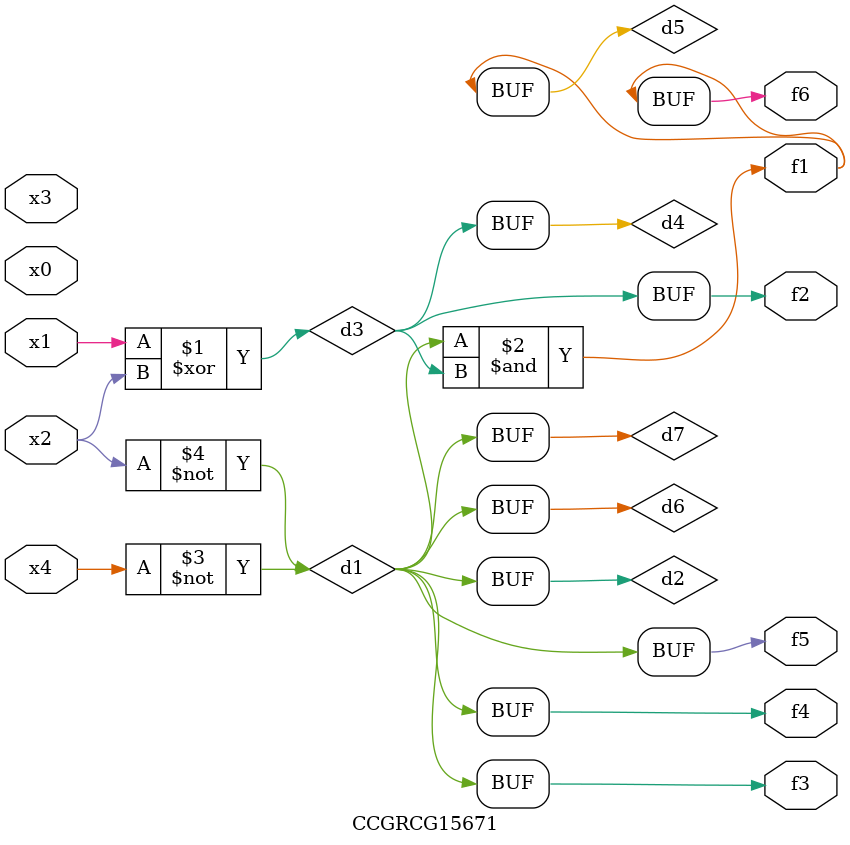
<source format=v>
module CCGRCG15671(
	input x0, x1, x2, x3, x4,
	output f1, f2, f3, f4, f5, f6
);

	wire d1, d2, d3, d4, d5, d6, d7;

	not (d1, x4);
	not (d2, x2);
	xor (d3, x1, x2);
	buf (d4, d3);
	and (d5, d1, d3);
	buf (d6, d1, d2);
	buf (d7, d2);
	assign f1 = d5;
	assign f2 = d4;
	assign f3 = d7;
	assign f4 = d7;
	assign f5 = d7;
	assign f6 = d5;
endmodule

</source>
